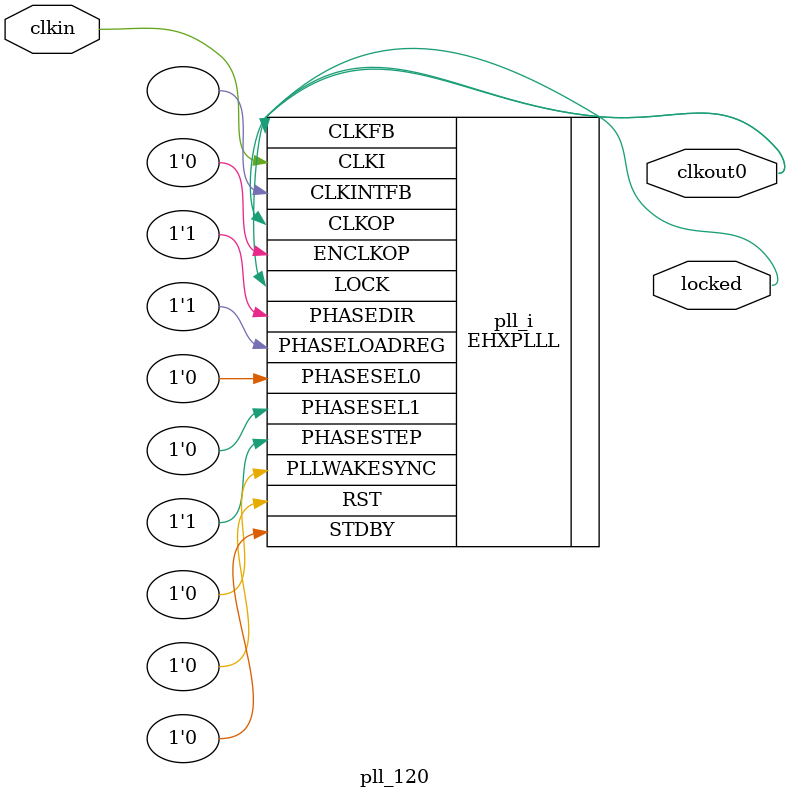
<source format=v>
module pll_120
(
    input clkin, // 25 MHz, 0 deg
    output clkout0, // 120 MHz, 0 deg
    output locked
);
(* FREQUENCY_PIN_CLKI="25" *)
(* FREQUENCY_PIN_CLKOP="120" *)
(* ICP_CURRENT="12" *) (* LPF_RESISTOR="8" *) (* MFG_ENABLE_FILTEROPAMP="1" *) (* MFG_GMCREF_SEL="2" *)
EHXPLLL #(
        .PLLRST_ENA("DISABLED"),
        .INTFB_WAKE("DISABLED"),
        .STDBY_ENABLE("DISABLED"),
        .DPHASE_SOURCE("DISABLED"),
        .OUTDIVIDER_MUXA("DIVA"),
        .OUTDIVIDER_MUXB("DIVB"),
        .OUTDIVIDER_MUXC("DIVC"),
        .OUTDIVIDER_MUXD("DIVD"),
        .CLKI_DIV(5),
        .CLKOP_ENABLE("ENABLED"),
        .CLKOP_DIV(5),
        .CLKOP_CPHASE(2),
        .CLKOP_FPHASE(0),
        .FEEDBK_PATH("CLKOP"),
        .CLKFB_DIV(24)
    ) pll_i (
        .RST(1'b0),
        .STDBY(1'b0),
        .CLKI(clkin),
        .CLKOP(clkout0),
        .CLKFB(clkout0),
        .CLKINTFB(),
        .PHASESEL0(1'b0),
        .PHASESEL1(1'b0),
        .PHASEDIR(1'b1),
        .PHASESTEP(1'b1),
        .PHASELOADREG(1'b1),
        .PLLWAKESYNC(1'b0),
        .ENCLKOP(1'b0),
        .LOCK(locked)
	);
endmodule

</source>
